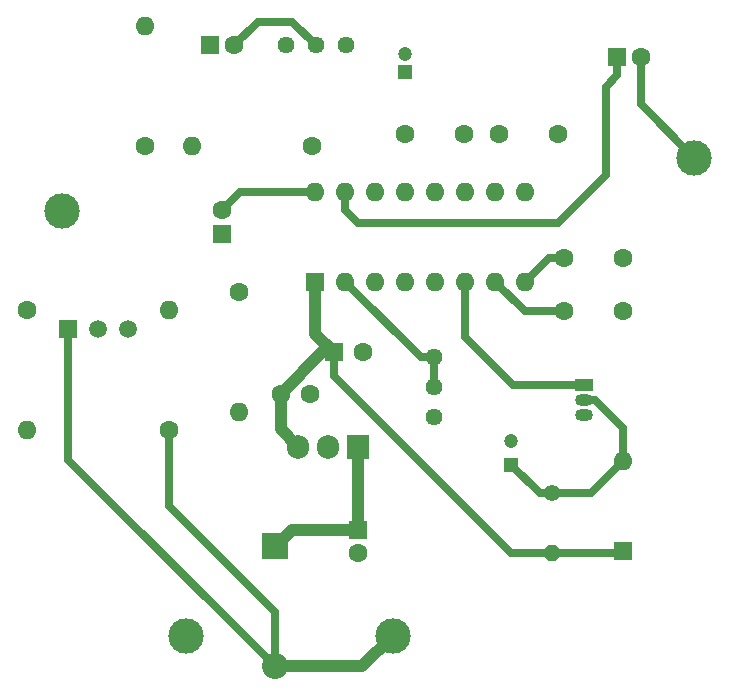
<source format=gbr>
%TF.GenerationSoftware,KiCad,Pcbnew,8.0.5*%
%TF.CreationDate,2024-10-18T10:56:01-05:00*%
%TF.ProjectId,Block-PT2399,426c6f63-6b2d-4505-9432-3339392e6b69,rev?*%
%TF.SameCoordinates,Original*%
%TF.FileFunction,Copper,L1,Top*%
%TF.FilePolarity,Positive*%
%FSLAX46Y46*%
G04 Gerber Fmt 4.6, Leading zero omitted, Abs format (unit mm)*
G04 Created by KiCad (PCBNEW 8.0.5) date 2024-10-18 10:56:01*
%MOMM*%
%LPD*%
G01*
G04 APERTURE LIST*
%TA.AperFunction,ComponentPad*%
%ADD10O,1.400000X1.400000*%
%TD*%
%TA.AperFunction,ComponentPad*%
%ADD11C,1.400000*%
%TD*%
%TA.AperFunction,ComponentPad*%
%ADD12R,1.500000X1.050000*%
%TD*%
%TA.AperFunction,ComponentPad*%
%ADD13O,1.500000X1.050000*%
%TD*%
%TA.AperFunction,ComponentPad*%
%ADD14R,1.600000X1.600000*%
%TD*%
%TA.AperFunction,ComponentPad*%
%ADD15O,1.600000X1.600000*%
%TD*%
%TA.AperFunction,ComponentPad*%
%ADD16R,2.200000X2.200000*%
%TD*%
%TA.AperFunction,ComponentPad*%
%ADD17O,2.200000X2.200000*%
%TD*%
%TA.AperFunction,ComponentPad*%
%ADD18R,1.200000X1.200000*%
%TD*%
%TA.AperFunction,ComponentPad*%
%ADD19C,1.200000*%
%TD*%
%TA.AperFunction,ComponentPad*%
%ADD20C,1.600000*%
%TD*%
%TA.AperFunction,ComponentPad*%
%ADD21R,1.500000X1.500000*%
%TD*%
%TA.AperFunction,ComponentPad*%
%ADD22C,1.500000*%
%TD*%
%TA.AperFunction,ComponentPad*%
%ADD23C,3.000000*%
%TD*%
%TA.AperFunction,ComponentPad*%
%ADD24C,1.440000*%
%TD*%
%TA.AperFunction,ComponentPad*%
%ADD25R,1.905000X2.000000*%
%TD*%
%TA.AperFunction,ComponentPad*%
%ADD26O,1.905000X2.000000*%
%TD*%
%TA.AperFunction,Conductor*%
%ADD27C,0.700000*%
%TD*%
%TA.AperFunction,Conductor*%
%ADD28C,1.000000*%
%TD*%
G04 APERTURE END LIST*
D10*
%TO.P,R4,2*%
%TO.N,+5V*%
X148000000Y-137500000D03*
D11*
%TO.P,R4,1*%
%TO.N,Net-(D2-A)*%
X148000000Y-132420000D03*
%TD*%
D12*
%TO.P,Q2,1,C*%
%TO.N,Net-(Q2-C)*%
X150640000Y-123230000D03*
D13*
%TO.P,Q2,2,B*%
%TO.N,Net-(D2-A)*%
X150640000Y-124500000D03*
%TO.P,Q2,3,E*%
%TO.N,GND*%
X150640000Y-125770000D03*
%TD*%
D14*
%TO.P,D2,1,K*%
%TO.N,+5V*%
X154000000Y-137310000D03*
D15*
%TO.P,D2,2,A*%
%TO.N,Net-(D2-A)*%
X154000000Y-129690000D03*
%TD*%
D16*
%TO.P,D1,1,K*%
%TO.N,Net-(D1-K)*%
X124500000Y-136920000D03*
D17*
%TO.P,D1,2,A*%
%TO.N,+9V*%
X124500000Y-147080000D03*
%TD*%
D18*
%TO.P,C12,1*%
%TO.N,Net-(D2-A)*%
X144500000Y-130000000D03*
D19*
%TO.P,C12,2*%
%TO.N,GND*%
X144500000Y-128000000D03*
%TD*%
D20*
%TO.P,C11,2*%
%TO.N,GND*%
X131500000Y-137500000D03*
D14*
%TO.P,C11,1*%
%TO.N,Net-(D1-K)*%
X131500000Y-135500000D03*
%TD*%
D20*
%TO.P,C10,1*%
%TO.N,+5V*%
X125000000Y-124000000D03*
%TO.P,C10,2*%
%TO.N,GND*%
X127500000Y-124000000D03*
%TD*%
%TO.P,C6,1*%
%TO.N,Net-(U2-OP2-IN)*%
X140500000Y-102000000D03*
%TO.P,C6,2*%
%TO.N,Net-(U2-OP2-OUT)*%
X135500000Y-102000000D03*
%TD*%
%TO.P,R6,1*%
%TO.N,Net-(U2-LPF1-OUT)*%
X127660000Y-103000000D03*
D15*
%TO.P,R6,2*%
%TO.N,Net-(U2-LPF1-IN)*%
X117500000Y-103000000D03*
%TD*%
D14*
%TO.P,C7,1*%
%TO.N,Net-(U2-LPF1-OUT)*%
X153500000Y-95500000D03*
D20*
%TO.P,C7,2*%
%TO.N,Net-(J2-Pin_1)*%
X155500000Y-95500000D03*
%TD*%
%TO.P,R7,1*%
%TO.N,Net-(U2-LPF1-IN)*%
X113500000Y-103000000D03*
D15*
%TO.P,R7,2*%
%TO.N,Net-(C9-Pad1)*%
X113500000Y-92840000D03*
%TD*%
D14*
%TO.P,U2,1,VCC*%
%TO.N,+5V*%
X127920000Y-114500000D03*
D15*
%TO.P,U2,2,REF*%
%TO.N,Net-(U2-REF)*%
X130460000Y-114500000D03*
%TO.P,U2,3,AGND*%
%TO.N,GND*%
X133000000Y-114500000D03*
%TO.P,U2,4,DGND*%
X135540000Y-114500000D03*
%TO.P,U2,5,CLK_O*%
%TO.N,unconnected-(U2-CLK_O-Pad5)*%
X138080000Y-114500000D03*
%TO.P,U2,6,VCO*%
%TO.N,Net-(Q2-C)*%
X140620000Y-114500000D03*
%TO.P,U2,7,CC1*%
%TO.N,Net-(U2-CC1)*%
X143160000Y-114500000D03*
%TO.P,U2,8,CC0*%
%TO.N,Net-(U2-CC0)*%
X145700000Y-114500000D03*
%TO.P,U2,9,OP1-OUT*%
%TO.N,Net-(U2-OP1-OUT)*%
X145700000Y-106880000D03*
%TO.P,U2,10,OP1-IN*%
%TO.N,Net-(U2-OP1-IN)*%
X143160000Y-106880000D03*
%TO.P,U2,11,OP2-IN*%
%TO.N,Net-(U2-OP2-IN)*%
X140620000Y-106880000D03*
%TO.P,U2,12,OP2-OUT*%
%TO.N,Net-(U2-OP2-OUT)*%
X138080000Y-106880000D03*
%TO.P,U2,13,LPF2-IN*%
%TO.N,unconnected-(U2-LPF2-IN-Pad13)*%
X135540000Y-106880000D03*
%TO.P,U2,14,LPF2-OUT*%
%TO.N,unconnected-(U2-LPF2-OUT-Pad14)*%
X133000000Y-106880000D03*
%TO.P,U2,15,LPF1-OUT*%
%TO.N,Net-(U2-LPF1-OUT)*%
X130460000Y-106880000D03*
%TO.P,U2,16,LPF1-IN*%
%TO.N,Net-(U2-LPF1-IN)*%
X127920000Y-106880000D03*
%TD*%
D14*
%TO.P,C9,1*%
%TO.N,Net-(C9-Pad1)*%
X119044888Y-94500000D03*
D20*
%TO.P,C9,2*%
%TO.N,Net-(C9-Pad2)*%
X121044888Y-94500000D03*
%TD*%
D21*
%TO.P,Q1,1,D*%
%TO.N,+9V*%
X107000000Y-118500000D03*
D22*
%TO.P,Q1,2,G*%
%TO.N,Net-(J1-Pin_1)*%
X109540000Y-118500000D03*
%TO.P,Q1,3,S*%
%TO.N,Net-(Q1-S)*%
X112080000Y-118500000D03*
%TD*%
D23*
%TO.P,J1,1,Pin_1*%
%TO.N,Net-(J1-Pin_1)*%
X106500000Y-108500000D03*
%TD*%
D24*
%TO.P,RV2,1,1*%
%TO.N,Net-(C8-Pad2)*%
X130525000Y-94500000D03*
%TO.P,RV2,2,2*%
%TO.N,Net-(C9-Pad2)*%
X127985000Y-94500000D03*
%TO.P,RV2,3,3*%
%TO.N,GND*%
X125445000Y-94500000D03*
%TD*%
D25*
%TO.P,U1,1,VI*%
%TO.N,Net-(D1-K)*%
X131580000Y-128500000D03*
D26*
%TO.P,U1,2,GND*%
%TO.N,GND*%
X129040000Y-128500000D03*
%TO.P,U1,3,VO*%
%TO.N,+5V*%
X126500000Y-128500000D03*
%TD*%
D23*
%TO.P,J4,1,Pin_1*%
%TO.N,+9V*%
X134500000Y-144500000D03*
%TD*%
%TO.P,J2,1,Pin_1*%
%TO.N,Net-(J2-Pin_1)*%
X160000000Y-104000000D03*
%TD*%
D24*
%TO.P,RV1,1,1*%
%TO.N,Net-(U2-REF)*%
X138000000Y-120920000D03*
%TO.P,RV1,2,2*%
X138000000Y-123460000D03*
%TO.P,RV1,3,3*%
%TO.N,GND*%
X138000000Y-126000000D03*
%TD*%
D23*
%TO.P,J3,1,Pin_1*%
%TO.N,GND*%
X117000000Y-144500000D03*
%TD*%
D20*
%TO.P,R1,1*%
%TO.N,+9V*%
X115500000Y-127080000D03*
D15*
%TO.P,R1,2*%
%TO.N,Net-(J1-Pin_1)*%
X115500000Y-116920000D03*
%TD*%
D20*
%TO.P,C4,1*%
%TO.N,Net-(U2-CC0)*%
X149000000Y-112500000D03*
%TO.P,C4,2*%
%TO.N,GND*%
X154000000Y-112500000D03*
%TD*%
D18*
%TO.P,C8,1*%
%TO.N,Net-(U2-OP2-OUT)*%
X135500000Y-96722600D03*
D19*
%TO.P,C8,2*%
%TO.N,Net-(C8-Pad2)*%
X135500000Y-95222600D03*
%TD*%
D20*
%TO.P,C5,1*%
%TO.N,Net-(U2-OP1-IN)*%
X143500000Y-102000000D03*
%TO.P,C5,2*%
%TO.N,Net-(U2-OP1-OUT)*%
X148500000Y-102000000D03*
%TD*%
%TO.P,C3,1*%
%TO.N,Net-(U2-CC1)*%
X149000000Y-117000000D03*
%TO.P,C3,2*%
%TO.N,GND*%
X154000000Y-117000000D03*
%TD*%
%TO.P,R3,1*%
%TO.N,Net-(Q1-S)*%
X121500000Y-115420000D03*
D15*
%TO.P,R3,2*%
%TO.N,GND*%
X121500000Y-125580000D03*
%TD*%
D14*
%TO.P,C2,1*%
%TO.N,+5V*%
X129500000Y-120500000D03*
D20*
%TO.P,C2,2*%
%TO.N,GND*%
X132000000Y-120500000D03*
%TD*%
D14*
%TO.P,C1,1*%
%TO.N,Net-(Q1-S)*%
X120000000Y-110455113D03*
D20*
%TO.P,C1,2*%
%TO.N,Net-(U2-LPF1-IN)*%
X120000000Y-108455113D03*
%TD*%
%TO.P,R2,1*%
%TO.N,Net-(J1-Pin_1)*%
X103500000Y-116920000D03*
D15*
%TO.P,R2,2*%
%TO.N,GND*%
X103500000Y-127080000D03*
%TD*%
D27*
%TO.N,+5V*%
X129500000Y-120500000D02*
X129500000Y-122500000D01*
X129500000Y-122500000D02*
X144500000Y-137500000D01*
X144500000Y-137500000D02*
X149000000Y-137500000D01*
%TO.N,Net-(U2-REF)*%
X138000000Y-120920000D02*
X138000000Y-123460000D01*
X130460000Y-114500000D02*
X136880000Y-120920000D01*
X136880000Y-120920000D02*
X138000000Y-120920000D01*
%TO.N,Net-(D2-A)*%
X149000000Y-132420000D02*
X146920000Y-132420000D01*
X146920000Y-132420000D02*
X144500000Y-130000000D01*
%TO.N,+5V*%
X149000000Y-137500000D02*
X153810000Y-137500000D01*
X153810000Y-137500000D02*
X154000000Y-137310000D01*
%TO.N,Net-(D2-A)*%
X149000000Y-132420000D02*
X151270000Y-132420000D01*
X151270000Y-132420000D02*
X154000000Y-129690000D01*
X150640000Y-124500000D02*
X151640000Y-124500000D01*
X151640000Y-124500000D02*
X154000000Y-126860000D01*
X154000000Y-126860000D02*
X154000000Y-129690000D01*
%TO.N,Net-(Q2-C)*%
X150640000Y-123230000D02*
X144640000Y-123230000D01*
X144640000Y-123230000D02*
X140620000Y-119210000D01*
D28*
%TO.N,Net-(D1-K)*%
X131500000Y-135500000D02*
X125920000Y-135500000D01*
X125920000Y-135500000D02*
X124500000Y-136920000D01*
X131580000Y-128500000D02*
X131580000Y-135420000D01*
D27*
X131580000Y-135420000D02*
X131500000Y-135500000D01*
D28*
%TO.N,+9V*%
X124500000Y-147080000D02*
X131920000Y-147080000D01*
X131920000Y-147080000D02*
X134500000Y-144500000D01*
D27*
%TO.N,Net-(Q2-C)*%
X140620000Y-114500000D02*
X140620000Y-119210000D01*
D28*
%TO.N,+5V*%
X129500000Y-120500000D02*
X128500000Y-120500000D01*
X128500000Y-120500000D02*
X125000000Y-124000000D01*
X125000000Y-124000000D02*
X125000000Y-127000000D01*
X125000000Y-127000000D02*
X126500000Y-128500000D01*
D27*
%TO.N,+9V*%
X115500000Y-127080000D02*
X115500000Y-133500000D01*
X115500000Y-133500000D02*
X124500000Y-142500000D01*
X107000000Y-118500000D02*
X107000000Y-129580000D01*
X107000000Y-129580000D02*
X124500000Y-147080000D01*
%TO.N,Net-(U2-CC1)*%
X149000000Y-117000000D02*
X145660000Y-117000000D01*
X145660000Y-117000000D02*
X143160000Y-114500000D01*
%TO.N,Net-(U2-CC0)*%
X149000000Y-112500000D02*
X147700000Y-112500000D01*
X147700000Y-112500000D02*
X145700000Y-114500000D01*
%TO.N,Net-(J2-Pin_1)*%
X155500000Y-95500000D02*
X155500000Y-99500000D01*
X155500000Y-99500000D02*
X160000000Y-104000000D01*
%TO.N,Net-(U2-LPF1-OUT)*%
X130460000Y-108460000D02*
X131500000Y-109500000D01*
X131500000Y-109500000D02*
X148500000Y-109500000D01*
X148500000Y-109500000D02*
X152500000Y-105500000D01*
X152500000Y-105500000D02*
X152500000Y-98000000D01*
X130460000Y-106880000D02*
X130460000Y-108460000D01*
X152500000Y-98000000D02*
X153500000Y-97000000D01*
X153500000Y-97000000D02*
X153500000Y-95500000D01*
%TO.N,Net-(U2-LPF1-IN)*%
X127920000Y-106880000D02*
X121575113Y-106880000D01*
X121575113Y-106880000D02*
X120000000Y-108455113D01*
D28*
%TO.N,+5V*%
X127920000Y-114500000D02*
X127920000Y-118920000D01*
X127920000Y-118920000D02*
X129500000Y-120500000D01*
D27*
%TO.N,Net-(C9-Pad2)*%
X125985000Y-92500000D02*
X127985000Y-94500000D01*
X123044888Y-92500000D02*
X125985000Y-92500000D01*
X121044888Y-94500000D02*
X123044888Y-92500000D01*
%TO.N,+9V*%
X124500000Y-142500000D02*
X124500000Y-147080000D01*
%TD*%
M02*

</source>
